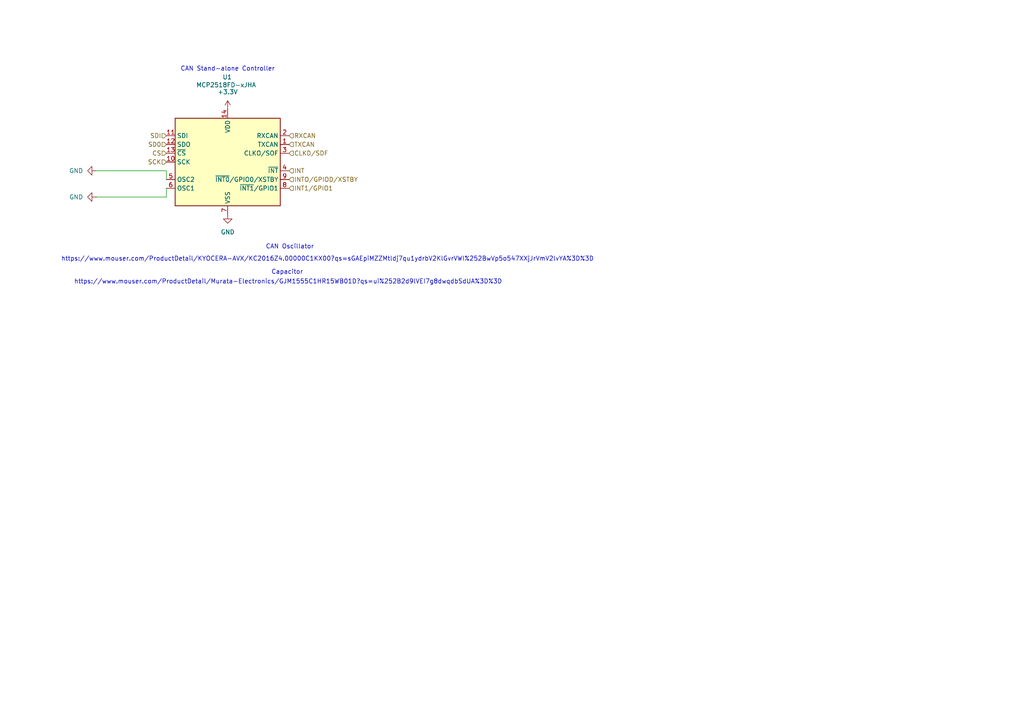
<source format=kicad_sch>
(kicad_sch (version 20250114) (generator "eeschema") (generator_version "9.0")
  (paper "A4")
  (title_block (title "Low Voltage Sensor") (date "08-22-25") (rev "0.1") (company "UTA FSAE") (comment 1 "Project Contributors: Marcus, Ali"))
  (lib_symbols
    (symbol "LV-Sensor-Lib:MCP2517FD-xJHA"
      (property "Reference" "U" (at -12.7 15.24 0))
      (property "Value" "MCP2518FD-xJHA" (at 2.54 15.24 0))
      (symbol "MCP2517FD-xJHA_0_1"
        (rectangle (start -15.24 12.7) (end 15.24 -12.7) (stroke (width 0.254)) (fill (type background)))
      )
      (symbol "MCP2517FD-xJHA_1_1"
        (pin passive line (at -22.86 16.51 90) (length 2.54) (hide yes) (name "VSS") (number "15"))
        (pin input line (at -17.78 7.62 0) (length 2.54) (name "SDI") (number "11"))
        (pin output line (at -17.78 5.08 0) (length 2.54) (name "SDO") (number "12"))
        (pin input line (at -17.78 2.54 0) (length 2.54) (name "~{CS}") (number "13"))
        (pin input line (at -17.78 0 0) (length 2.54) (name "SCK") (number "10"))
        (pin output line (at -17.78 -5.08 0) (length 2.54) (name "OSC2") (number "5"))
        (pin input line (at -17.78 -7.62 0) (length 2.54) (name "OSC1") (number "6"))
        (pin power_in line (at 0 15.24 270) (length 2.54) (name "VDD") (number "14"))
        (pin power_in line (at 0 -15.24 90) (length 2.54) (name "VSS") (number "7"))
        (pin input line (at 17.78 7.62 180) (length 2.54) (name "RXCAN") (number "2"))
        (pin output line (at 17.78 5.08 180) (length 2.54) (name "TXCAN") (number "1"))
        (pin output line (at 17.78 2.54 180) (length 2.54) (name "CLKO/SOF") (number "3"))
        (pin output line (at 17.78 -2.54 180) (length 2.54) (name "~{INT}") (number "4"))
        (pin bidirectional line (at 17.78 -5.08 180) (length 2.54) (name "~{INT0}/GPIO0/XSTBY") (number "9"))
        (pin bidirectional line (at 17.78 -7.62 180) (length 2.54) (name "~{INT1}/GPIO1") (number "8"))
      )
    )
    (symbol "power:+3.3V" (power) (pin_numbers (hide yes)) (pin_names (offset 0) (hide yes))
      (property "Value" "+3.3V" (at 0 3.556 0))
      (symbol "+3.3V_0_1"
        (polyline (pts (xy -0.762 1.27) (xy 0 2.54)))
        (polyline (pts (xy 0 2.54) (xy 0.762 1.27)))
        (polyline (pts (xy 0 0) (xy 0 2.54)))
      )
      (symbol "+3.3V_1_1"
        (pin power_in line (at 0 0 90) (length 0) (name "~") (number "1"))
      )
    )
    (symbol "power:GND" (power) (pin_numbers (hide yes)) (pin_names (offset 0) (hide yes))
      (property "Value" "GND" (at 0 -3.81 0))
      (symbol "GND_0_1"
        (polyline (pts (xy 0 0) (xy 0 -1.27) (xy 1.27 -1.27) (xy 0 -2.54) (xy -1.27 -1.27) (xy 0 -1.27)))
      )
      (symbol "GND_1_1"
        (pin power_in line (at 0 0 270) (length 0) (name "~") (number "1"))
      )
    )
  )
  (text "https://www.mouser.com/ProductDetail/KYOCERA-AVX/KC2016Z4.00000C1KX00?qs=sGAEpiMZZMtldj7qu1ydrbV2KlGvrVWI%252BwVp5o547XXjJrVmV2lvYA%3D%3D" (at 94.996 75.184 0) (effects (font (size 1.27 1.27))))
  (text "Capacitor" (at 83.312 78.994 0) (effects (font (size 1.27 1.27))))
  (text "CAN Stand-alone Controller" (at 66.04 20.066 0) (effects (font (size 1.27 1.27))))
  (text "CAN Oscillator" (at 84.074 71.628 0) (effects (font (size 1.27 1.27))))
  (text "https://www.mouser.com/ProductDetail/Murata-Electronics/GJM1555C1HR15WB01D?qs=ui%252B2d9lVEI7g8dwqdbSdUA%3D%3D" (at 83.566 81.788 0) (effects (font (size 1.27 1.27))))
  (wire (pts (xy 27.94 49.53) (xy 48.26 49.53)))
  (wire (pts (xy 48.26 52.07) (xy 48.26 49.53)))
  (wire (pts (xy 27.94 57.15) (xy 48.26 57.15)))
  (wire (pts (xy 48.26 54.61) (xy 48.26 57.15)))
  (hierarchical_label "SDI" (shape input) (at 48.26 39.37 180))
  (hierarchical_label "CS" (shape input) (at 48.26 44.45 180))
  (hierarchical_label "CLKD{slash}SDF" (shape input) (at 83.82 44.45 0))
  (hierarchical_label "INT1{slash}GPIO1" (shape input) (at 83.82 54.61 0))
  (hierarchical_label "SCK" (shape input) (at 48.26 46.99 180))
  (hierarchical_label "INTO{slash}GPIOD{slash}XSTBY" (shape input) (at 83.82 52.07 0))
  (hierarchical_label "SD0" (shape input) (at 48.26 41.91 180))
  (hierarchical_label "INT" (shape input) (at 83.82 49.53 0))
  (hierarchical_label "TXCAN" (shape input) (at 83.82 41.91 0))
  (hierarchical_label "RXCAN" (shape input) (at 83.82 39.37 0))
  (symbol (lib_id "power:GND") (at 27.94 57.15 270) (unit 1)
    (property "Reference" "#PWR010" (effects (hide yes)))
    (property "Value" "GND" (at 24.13 57.1499 90) (effects (justify right)))
    (property "Description" "Power symbol creates a global label with name \"GND\" , ground" (effects (hide yes)))
  )
  (symbol (lib_id "power:GND") (at 27.94 49.53 270) (unit 1)
    (property "Reference" "#PWR09" (effects (hide yes)))
    (property "Value" "GND" (at 24.13 49.5299 90) (effects (justify right)))
    (property "Description" "Power symbol creates a global label with name \"GND\" , ground" (effects (hide yes)))
  )
  (symbol (lib_id "power:+3.3V") (at 66.04 31.75 0) (unit 1)
    (property "Reference" "#PWR014" (effects (hide yes)))
    (property "Value" "+3.3V" (at 66.04 26.67 0))
    (property "Description" "Power symbol creates a global label with name \"+3.3V\"" (effects (hide yes)))
  )
  (symbol (lib_id "power:GND") (at 66.04 62.23 0) (unit 1)
    (property "Reference" "#PWR015" (effects (hide yes)))
    (property "Value" "GND" (at 66.04 67.31 0))
    (property "Description" "Power symbol creates a global label with name \"GND\" , ground" (effects (hide yes)))
  )
  (symbol (lib_id "LV-Sensor-Lib:MCP2517FD-xJHA") (at 66.04 46.99 0) (unit 1)
    (property "Reference" "U1" (at 64.516 22.352 0) (effects (justify left)))
    (property "Value" "MCP2518FD-xJHA" (at 56.896 24.638 0) (effects (justify left)))
    (property "Footprint" "LV Sensor:MCP2518FDT" (effects (hide yes)))
    (property "Datasheet" "https://ww1.microchip.com/downloads/en/DeviceDoc/MCP2517FD-External-CAN-FD-Controller-with-SPI-Interface-20005688B.pdf" (effects (hide yes)))
    (property "Description" "External CAN FD Controller with SPI Interface, VDFN-14" (effects (hide yes)))
    (property "mouser" "https://www.mouser.com/ProductDetail/Microchip-Technology/MCP2518FDT-E-SL?qs=T3oQrply3y%2F7g%2BYAgK9Bdg%3D%3D" (effects (hide yes)))
    (property "specs" "Can FD Standalone Controller, 8Mb/s, 2.7V to 5.5V,- 40C to 125C" (effects (hide yes)))
    (property "unit x10" "19.6 " (effects (hide yes)))
  )
)
</source>
